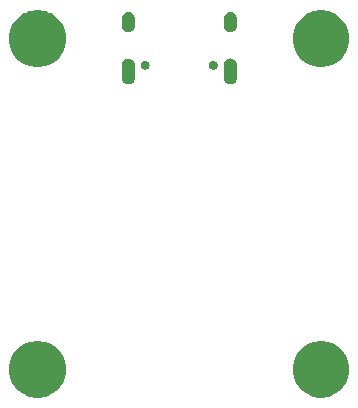
<source format=gbr>
G04 #@! TF.GenerationSoftware,KiCad,Pcbnew,(5.1.5)-3*
G04 #@! TF.CreationDate,2020-04-27T21:47:52+02:00*
G04 #@! TF.ProjectId,unified-usb-pcb_simple,756e6966-6965-4642-9d75-73622d706362,rev?*
G04 #@! TF.SameCoordinates,Original*
G04 #@! TF.FileFunction,Soldermask,Bot*
G04 #@! TF.FilePolarity,Negative*
%FSLAX46Y46*%
G04 Gerber Fmt 4.6, Leading zero omitted, Abs format (unit mm)*
G04 Created by KiCad (PCBNEW (5.1.5)-3) date 2020-04-27 21:47:52*
%MOMM*%
%LPD*%
G04 APERTURE LIST*
%ADD10C,0.100000*%
G04 APERTURE END LIST*
D10*
G36*
X19227812Y-47933134D02*
G01*
X19459746Y-47979269D01*
X19896700Y-48160262D01*
X20289948Y-48423022D01*
X20624378Y-48757452D01*
X20887138Y-49150700D01*
X21068131Y-49587654D01*
X21160400Y-50051522D01*
X21160400Y-50524478D01*
X21068131Y-50988346D01*
X20887138Y-51425300D01*
X20624378Y-51818548D01*
X20289948Y-52152978D01*
X19896700Y-52415738D01*
X19459746Y-52596731D01*
X19227812Y-52642866D01*
X18995879Y-52689000D01*
X18522921Y-52689000D01*
X18290988Y-52642865D01*
X18059054Y-52596731D01*
X17622100Y-52415738D01*
X17228852Y-52152978D01*
X16894422Y-51818548D01*
X16631662Y-51425300D01*
X16450669Y-50988346D01*
X16358400Y-50524478D01*
X16358400Y-50051522D01*
X16450669Y-49587654D01*
X16631662Y-49150700D01*
X16894422Y-48757452D01*
X17228852Y-48423022D01*
X17622100Y-48160262D01*
X18059054Y-47979269D01*
X18290988Y-47933134D01*
X18522921Y-47887000D01*
X18995879Y-47887000D01*
X19227812Y-47933134D01*
G37*
G36*
X43227812Y-47933134D02*
G01*
X43459746Y-47979269D01*
X43896700Y-48160262D01*
X44289948Y-48423022D01*
X44624378Y-48757452D01*
X44887138Y-49150700D01*
X45068131Y-49587654D01*
X45160400Y-50051522D01*
X45160400Y-50524478D01*
X45068131Y-50988346D01*
X44887138Y-51425300D01*
X44624378Y-51818548D01*
X44289948Y-52152978D01*
X43896700Y-52415738D01*
X43459746Y-52596731D01*
X43227812Y-52642866D01*
X42995879Y-52689000D01*
X42522921Y-52689000D01*
X42290988Y-52642865D01*
X42059054Y-52596731D01*
X41622100Y-52415738D01*
X41228852Y-52152978D01*
X40894422Y-51818548D01*
X40631662Y-51425300D01*
X40450669Y-50988346D01*
X40358400Y-50524478D01*
X40358400Y-50051522D01*
X40450669Y-49587654D01*
X40631662Y-49150700D01*
X40894422Y-48757452D01*
X41228852Y-48423022D01*
X41622100Y-48160262D01*
X42059054Y-47979269D01*
X42290988Y-47933134D01*
X42522921Y-47887000D01*
X42995879Y-47887000D01*
X43227812Y-47933134D01*
G37*
G36*
X26547415Y-23974973D02*
G01*
X26651279Y-24006479D01*
X26678455Y-24021005D01*
X26747000Y-24057643D01*
X26830901Y-24126499D01*
X26899757Y-24210400D01*
X26918754Y-24245942D01*
X26950921Y-24306121D01*
X26982427Y-24409985D01*
X26990400Y-24490933D01*
X26990400Y-25645067D01*
X26982427Y-25726015D01*
X26950921Y-25829879D01*
X26899756Y-25925600D01*
X26830901Y-26009501D01*
X26762045Y-26066009D01*
X26746999Y-26078357D01*
X26695307Y-26105987D01*
X26651278Y-26129521D01*
X26547414Y-26161027D01*
X26439400Y-26171666D01*
X26331385Y-26161027D01*
X26227521Y-26129521D01*
X26183493Y-26105987D01*
X26131801Y-26078357D01*
X26119043Y-26067887D01*
X26047899Y-26009501D01*
X25979044Y-25925600D01*
X25927879Y-25829878D01*
X25896373Y-25726014D01*
X25888400Y-25645066D01*
X25888401Y-24490933D01*
X25896374Y-24409985D01*
X25927880Y-24306121D01*
X25960047Y-24245942D01*
X25979044Y-24210400D01*
X26047900Y-24126499D01*
X26131801Y-24057643D01*
X26200346Y-24021005D01*
X26227522Y-24006479D01*
X26331386Y-23974973D01*
X26439400Y-23964334D01*
X26547415Y-23974973D01*
G37*
G36*
X35187415Y-23974973D02*
G01*
X35291279Y-24006479D01*
X35318455Y-24021005D01*
X35387000Y-24057643D01*
X35470901Y-24126499D01*
X35539757Y-24210400D01*
X35558754Y-24245942D01*
X35590921Y-24306121D01*
X35622427Y-24409985D01*
X35630400Y-24490933D01*
X35630400Y-25645067D01*
X35622427Y-25726015D01*
X35590921Y-25829879D01*
X35539756Y-25925600D01*
X35470901Y-26009501D01*
X35402045Y-26066009D01*
X35386999Y-26078357D01*
X35335307Y-26105987D01*
X35291278Y-26129521D01*
X35187414Y-26161027D01*
X35079400Y-26171666D01*
X34971385Y-26161027D01*
X34867521Y-26129521D01*
X34823493Y-26105987D01*
X34771801Y-26078357D01*
X34759043Y-26067887D01*
X34687899Y-26009501D01*
X34619044Y-25925600D01*
X34567879Y-25829878D01*
X34536373Y-25726014D01*
X34528400Y-25645066D01*
X34528401Y-24490933D01*
X34536374Y-24409985D01*
X34567880Y-24306121D01*
X34600047Y-24245942D01*
X34619044Y-24210400D01*
X34687900Y-24126499D01*
X34771801Y-24057643D01*
X34840346Y-24021005D01*
X34867522Y-24006479D01*
X34971386Y-23974973D01*
X35079400Y-23964334D01*
X35187415Y-23974973D01*
G37*
G36*
X27979072Y-24176449D02*
G01*
X27979074Y-24176450D01*
X27979075Y-24176450D01*
X28047503Y-24204793D01*
X28109086Y-24245942D01*
X28161458Y-24298314D01*
X28202607Y-24359897D01*
X28230950Y-24428325D01*
X28245400Y-24500967D01*
X28245400Y-24575033D01*
X28230950Y-24647675D01*
X28202607Y-24716103D01*
X28161458Y-24777686D01*
X28109086Y-24830058D01*
X28047503Y-24871207D01*
X27979075Y-24899550D01*
X27979074Y-24899550D01*
X27979072Y-24899551D01*
X27906434Y-24914000D01*
X27832366Y-24914000D01*
X27759728Y-24899551D01*
X27759726Y-24899550D01*
X27759725Y-24899550D01*
X27691297Y-24871207D01*
X27629714Y-24830058D01*
X27577342Y-24777686D01*
X27536193Y-24716103D01*
X27507850Y-24647675D01*
X27493400Y-24575033D01*
X27493400Y-24500967D01*
X27507850Y-24428325D01*
X27536193Y-24359897D01*
X27577342Y-24298314D01*
X27629714Y-24245942D01*
X27691297Y-24204793D01*
X27759725Y-24176450D01*
X27759726Y-24176450D01*
X27759728Y-24176449D01*
X27832366Y-24162000D01*
X27906434Y-24162000D01*
X27979072Y-24176449D01*
G37*
G36*
X33759072Y-24176449D02*
G01*
X33759074Y-24176450D01*
X33759075Y-24176450D01*
X33827503Y-24204793D01*
X33889086Y-24245942D01*
X33941458Y-24298314D01*
X33982607Y-24359897D01*
X34010950Y-24428325D01*
X34025400Y-24500967D01*
X34025400Y-24575033D01*
X34010950Y-24647675D01*
X33982607Y-24716103D01*
X33941458Y-24777686D01*
X33889086Y-24830058D01*
X33827503Y-24871207D01*
X33759075Y-24899550D01*
X33759074Y-24899550D01*
X33759072Y-24899551D01*
X33686434Y-24914000D01*
X33612366Y-24914000D01*
X33539728Y-24899551D01*
X33539726Y-24899550D01*
X33539725Y-24899550D01*
X33471297Y-24871207D01*
X33409714Y-24830058D01*
X33357342Y-24777686D01*
X33316193Y-24716103D01*
X33287850Y-24647675D01*
X33273400Y-24575033D01*
X33273400Y-24500967D01*
X33287850Y-24428325D01*
X33316193Y-24359897D01*
X33357342Y-24298314D01*
X33409714Y-24245942D01*
X33471297Y-24204793D01*
X33539725Y-24176450D01*
X33539726Y-24176450D01*
X33539728Y-24176449D01*
X33612366Y-24162000D01*
X33686434Y-24162000D01*
X33759072Y-24176449D01*
G37*
G36*
X43227812Y-19933135D02*
G01*
X43459746Y-19979269D01*
X43768720Y-20107251D01*
X43817954Y-20127644D01*
X43896700Y-20160262D01*
X44289948Y-20423022D01*
X44624378Y-20757452D01*
X44887138Y-21150700D01*
X45068131Y-21587654D01*
X45160400Y-22051522D01*
X45160400Y-22524478D01*
X45068131Y-22988346D01*
X44887138Y-23425300D01*
X44624378Y-23818548D01*
X44289948Y-24152978D01*
X43896700Y-24415738D01*
X43896699Y-24415739D01*
X43896698Y-24415739D01*
X43866305Y-24428328D01*
X43459746Y-24596731D01*
X43227812Y-24642866D01*
X42995879Y-24689000D01*
X42522921Y-24689000D01*
X42290988Y-24642866D01*
X42059054Y-24596731D01*
X41652495Y-24428328D01*
X41622102Y-24415739D01*
X41622101Y-24415739D01*
X41622100Y-24415738D01*
X41228852Y-24152978D01*
X40894422Y-23818548D01*
X40631662Y-23425300D01*
X40450669Y-22988346D01*
X40358400Y-22524478D01*
X40358400Y-22051522D01*
X40450669Y-21587654D01*
X40631662Y-21150700D01*
X40894422Y-20757452D01*
X41228852Y-20423022D01*
X41622100Y-20160262D01*
X41700847Y-20127644D01*
X41750080Y-20107251D01*
X42059054Y-19979269D01*
X42290988Y-19933135D01*
X42522921Y-19887000D01*
X42995879Y-19887000D01*
X43227812Y-19933135D01*
G37*
G36*
X19227812Y-19933135D02*
G01*
X19459746Y-19979269D01*
X19768720Y-20107251D01*
X19817954Y-20127644D01*
X19896700Y-20160262D01*
X20289948Y-20423022D01*
X20624378Y-20757452D01*
X20887138Y-21150700D01*
X21068131Y-21587654D01*
X21160400Y-22051522D01*
X21160400Y-22524478D01*
X21068131Y-22988346D01*
X20887138Y-23425300D01*
X20624378Y-23818548D01*
X20289948Y-24152978D01*
X19896700Y-24415738D01*
X19896699Y-24415739D01*
X19896698Y-24415739D01*
X19866305Y-24428328D01*
X19459746Y-24596731D01*
X19227812Y-24642866D01*
X18995879Y-24689000D01*
X18522921Y-24689000D01*
X18290988Y-24642866D01*
X18059054Y-24596731D01*
X17652495Y-24428328D01*
X17622102Y-24415739D01*
X17622101Y-24415739D01*
X17622100Y-24415738D01*
X17228852Y-24152978D01*
X16894422Y-23818548D01*
X16631662Y-23425300D01*
X16450669Y-22988346D01*
X16358400Y-22524478D01*
X16358400Y-22051522D01*
X16450669Y-21587654D01*
X16631662Y-21150700D01*
X16894422Y-20757452D01*
X17228852Y-20423022D01*
X17622100Y-20160262D01*
X17700847Y-20127644D01*
X17750080Y-20107251D01*
X18059054Y-19979269D01*
X18290988Y-19933135D01*
X18522921Y-19887000D01*
X18995879Y-19887000D01*
X19227812Y-19933135D01*
G37*
G36*
X35187415Y-20044973D02*
G01*
X35291279Y-20076479D01*
X35318455Y-20091005D01*
X35387000Y-20127643D01*
X35470901Y-20196499D01*
X35539757Y-20280400D01*
X35576395Y-20348945D01*
X35590921Y-20376121D01*
X35622427Y-20479985D01*
X35630400Y-20560933D01*
X35630400Y-21215067D01*
X35622427Y-21296015D01*
X35590921Y-21399879D01*
X35539756Y-21495600D01*
X35470901Y-21579501D01*
X35402045Y-21636009D01*
X35386999Y-21648357D01*
X35335307Y-21675987D01*
X35291278Y-21699521D01*
X35187414Y-21731027D01*
X35079400Y-21741666D01*
X34971385Y-21731027D01*
X34867521Y-21699521D01*
X34823493Y-21675987D01*
X34771801Y-21648357D01*
X34759043Y-21637887D01*
X34687899Y-21579501D01*
X34619044Y-21495600D01*
X34567879Y-21399878D01*
X34536373Y-21296014D01*
X34528400Y-21215066D01*
X34528400Y-20560933D01*
X34536373Y-20479985D01*
X34567880Y-20376121D01*
X34567882Y-20376118D01*
X34619045Y-20280399D01*
X34687900Y-20196499D01*
X34771801Y-20127643D01*
X34840346Y-20091005D01*
X34867522Y-20076479D01*
X34971386Y-20044973D01*
X35079400Y-20034334D01*
X35187415Y-20044973D01*
G37*
G36*
X26547415Y-20044973D02*
G01*
X26651279Y-20076479D01*
X26678455Y-20091005D01*
X26747000Y-20127643D01*
X26830901Y-20196499D01*
X26899757Y-20280400D01*
X26936395Y-20348945D01*
X26950921Y-20376121D01*
X26982427Y-20479985D01*
X26990400Y-20560933D01*
X26990400Y-21215067D01*
X26982427Y-21296015D01*
X26950921Y-21399879D01*
X26899756Y-21495600D01*
X26830901Y-21579501D01*
X26762045Y-21636009D01*
X26746999Y-21648357D01*
X26695307Y-21675987D01*
X26651278Y-21699521D01*
X26547414Y-21731027D01*
X26439400Y-21741666D01*
X26331385Y-21731027D01*
X26227521Y-21699521D01*
X26183493Y-21675987D01*
X26131801Y-21648357D01*
X26119043Y-21637887D01*
X26047899Y-21579501D01*
X25979044Y-21495600D01*
X25927879Y-21399878D01*
X25896373Y-21296014D01*
X25888400Y-21215066D01*
X25888400Y-20560933D01*
X25896373Y-20479985D01*
X25927880Y-20376121D01*
X25927882Y-20376118D01*
X25979045Y-20280399D01*
X26047900Y-20196499D01*
X26131801Y-20127643D01*
X26200346Y-20091005D01*
X26227522Y-20076479D01*
X26331386Y-20044973D01*
X26439400Y-20034334D01*
X26547415Y-20044973D01*
G37*
M02*

</source>
